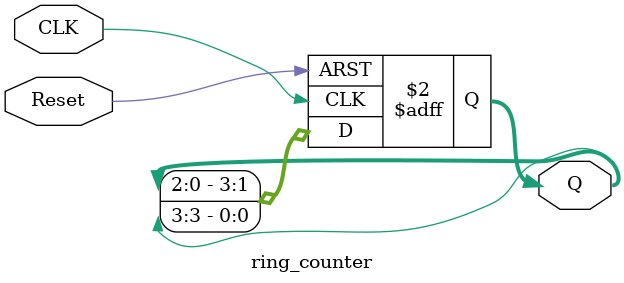
<source format=v>
module ring_counter (
    input CLK, Reset,
    output reg [3:0] Q
);

    always @(posedge CLK or posedge Reset) begin
        if (Reset)
            Q <= 4'b0001;   // Start with 0001
        else
            Q <= {Q[2:0], Q[3]}; // Rotate left
    end

endmodule

</source>
